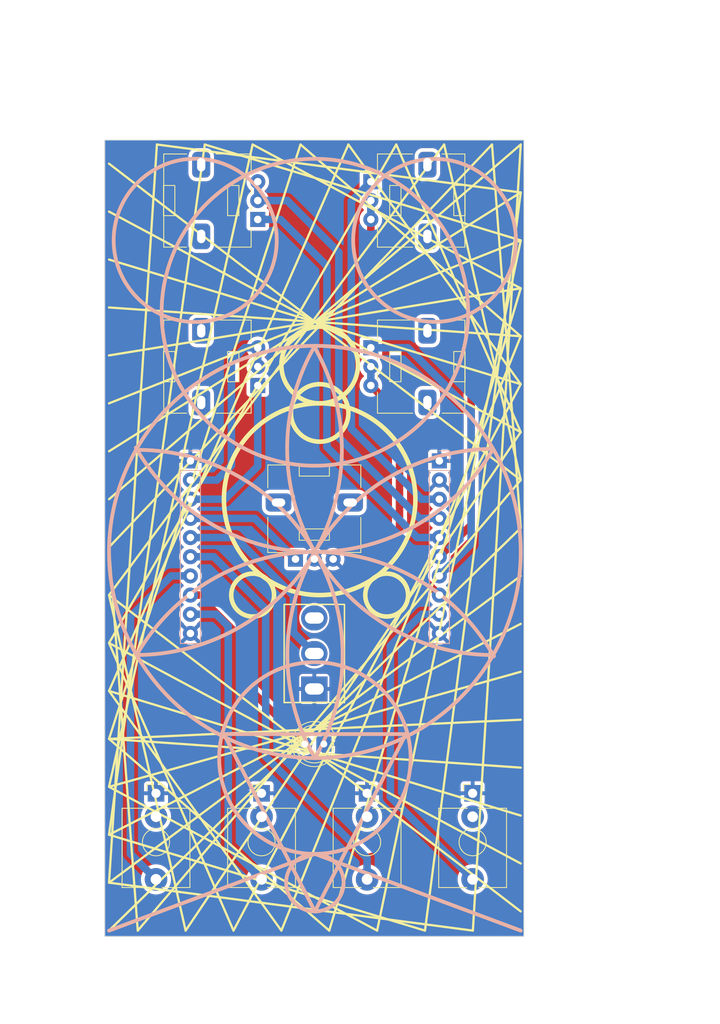
<source format=kicad_pcb>
(kicad_pcb (version 20221018) (generator pcbnew)
  (layers (0 "F.Cu" signal) (31 "B.Cu" signal) (34 "B.Paste" user) (35 "F.Paste" user) (36 "B.SilkS" user "B.Silkscreen") (37 "F.SilkS" user "F.Silkscreen") (38 "B.Mask" user) (39 "F.Mask" user) (44 "Edge.Cuts" user))
  (net 0 "")
  (net 1 "GND")
  (net 2 "Led")
  (net 3 "Tone1")
  (net 4 "Dist2")
  (net 5 "Dist1")
  (net 6 "Tone2")
  (net 7 "Level1")
  (net 8 "Level2")
  (net 9 "Out")
  (net 10 "Decay2")
  (net 11 "Decay1")
  (net 12 "Tune")
  (net 13 "SW1")
  (net 14 "CV")
  (net 15 "Trig")
  (net 16 "Accent")
  (footprint "Drum-K:LED_D5.0mm" (layer "F.Cu") (at 67.8688 114.9856 180)
    (fp_text reference "D1" hide)
    (fp_text value "Red")
    (fp_line (start -2.56 -1.545) (end -2.56 1.545) (stroke (width 0.12)) (layer "F.SilkS"))
    (fp_arc (start -2.56 -1.54483) (mid 0.802002 -2.880433) (end 2.99 0.000462) (stroke (width 0.12)) (layer "F.SilkS"))
    (fp_arc (start 2.99 -0.000462) (mid 0.802002 2.880433) (end -2.56 1.54483) (stroke (width 0.12)) (layer "F.SilkS"))
    (fp_circle (center 0 0) (end 2.5 0) (stroke (width 0.12)) (fill none) (layer "F.SilkS"))
    (pad "1" thru_hole rect locked (at -1.27 0 180) (size 2 2) (drill 0.9) (layers "*.Cu" "*.Mask") (net 1 "GND"))
    (pad "2" thru_hole circle locked (at 1.27 0 180) (size 2 2) (drill 0.9) (layers "*.Cu" "*.Mask") (net 2 "Led"))
  )
  (footprint "Drum-K:Jack_3.5mm_Vertical" (layer "F.Cu") (at 60.87 127.99)
    (fp_text reference "J3" hide)
    (fp_text value "Accent")
    (fp_line (start -4.5 -4.5) (end -4.5 6) (stroke (width 0.12)) (layer "F.SilkS"))
    (fp_line (start -1.23 -7.65) (end -1.23 -6.85) (stroke (width 0.12)) (layer "F.SilkS"))
    (fp_line (start -1.23 -7.65) (end -0.37 -7.65) (stroke (width 0.12)) (layer "F.SilkS"))
    (fp_line (start -0.8 6) (end -4.5 6) (stroke (width 0.12)) (layer "F.SilkS"))
    (fp_line (start -0.72 -4.5) (end -4.5 -4.5) (stroke (width 0.12)) (layer "F.SilkS"))
    (fp_line (start 4.5 -4.5) (end 0.72 -4.5) (stroke (width 0.12)) (layer "F.SilkS"))
    (fp_line (start 4.5 -4.5) (end 4.5 6) (stroke (width 0.12)) (layer "F.SilkS"))
    (fp_line (start 4.5 6) (end 0.8 6) (stroke (width 0.12)) (layer "F.SilkS"))
    (fp_circle (center 0 0) (end 1.8 0) (stroke (width 0.12)) (fill none) (layer "F.SilkS"))
    (pad "S" thru_hole rect locked (at 0 -6.48 180) (size 2.2 2.2) (drill 1.22) (layers "*.Cu" "*.Mask") (net 1 "GND"))
    (pad "T" thru_hole circle locked (at 0 4.92 180) (size 3 3) (drill 1.43) (layers "*.Cu" "*.Mask") (net 16 "Accent"))
    (pad "TN" thru_hole circle locked (at 0 -3.38 180) (size 3 3) (drill 1.42) (layers "*.Cu" "*.Mask"))
    (zone (net 0) (net_name "") (layer "F.Cu") (connect_pads (clearance 0)) (min_thickness 0.254)
      (keepout (tracks not_allowed) (vias not_allowed) (pads not_allowed) (copperpour not_allowed) (footprints not_allowed))
      (fill (thermal_gap 0.508) (thermal_bridge_width 0.508))
      (polygon (pts (xy 62.375141 127.99) (xy 62.35493 127.744171) (xy 62.294841 127.504945) (xy 62.196486 127.278744) (xy 62.062508 127.071645) (xy 61.896504 126.88921) (xy 61.702932 126.736336) (xy 61.486992 126.617131) (xy 61.254482 126.534794) (xy 61.011646 126.491539) (xy 60.765007 126.488525) (xy 60.521187 126.525835) (xy 60.286734 126.602466) (xy 60.067946 126.71636) (xy 59.870697 126.864458) (xy 59.700286 127.042784) (xy 59.561288 127.246548) (xy 59.457436 127.470278) (xy 59.391519 127.707965) (xy 59.365308 127.953226) (xy 59.379507 128.199475) (xy 59.433734 128.440099) (xy 59.526532 128.668634) (xy 59.655411 128.878945) (xy 59.816908 129.065382) (xy 60.006687 129.222939) (xy 60.21965 129.347385) (xy 60.450079 129.435377) (xy 60.691785 129.484553) (xy 60.938278 129.493592) (xy 61.182936 129.46225) (xy 61.419191 129.39137) (xy 61.640697 129.282856) (xy 61.841505 129.139621) (xy 62.016223 128.965512) (xy 62.160158 128.765205) (xy 62.269445 128.544079) (xy 62.341149 128.308074) (xy 62.373344 128.063526)))
    )
  )
  (footprint "Drum-K:Jack_3.5mm_Vertical" (layer "F.Cu") (at 74.87 127.99)
    (fp_text reference "J5" hide)
    (fp_text value "CV")
    (fp_line (start -4.5 -4.5) (end -4.5 6) (stroke (width 0.12)) (layer "F.SilkS"))
    (fp_line (start -1.23 -7.65) (end -1.23 -6.85) (stroke (width 0.12)) (layer "F.SilkS"))
    (fp_line (start -1.23 -7.65) (end -0.37 -7.65) (stroke (width 0.12)) (layer "F.SilkS"))
    (fp_line (start -0.8 6) (end -4.5 6) (stroke (width 0.12)) (layer "F.SilkS"))
    (fp_line (start -0.72 -4.5) (end -4.5 -4.5) (stroke (width 0.12)) (layer "F.SilkS"))
    (fp_line (start 4.5 -4.5) (end 0.72 -4.5) (stroke (width 0.12)) (layer "F.SilkS"))
    (fp_line (start 4.5 -4.5) (end 4.5 6) (stroke (width 0.12)) (layer "F.SilkS"))
    (fp_line (start 4.5 6) (end 0.8 6) (stroke (width 0.12)) (layer "F.SilkS"))
    (fp_circle (center 0 0) (end 1.8 0) (stroke (width 0.12)) (fill none) (layer "F.SilkS"))
    (pad "S" thru_hole rect locked (at 0 -6.48 180) (size 2.2 2.2) (drill 1.22) (layers "*.Cu" "*.Mask") (net 1 "GND"))
    (pad "T" thru_hole circle locked (at 0 4.92 180) (size 3 3) (drill 1.43) (layers "*.Cu" "*.Mask") (net 14 "CV"))
    (pad "TN" thru_hole circle locked (at 0 -3.38 180) (size 3 3) (drill 1.42) (layers "*.Cu" "*.Mask"))
    (zone (net 0) (net_name "") (layer "F.Cu") (connect_pads (clearance 0)) (min_thickness 0.254)
      (keepout (tracks not_allowed) (vias not_allowed) (pads not_allowed) (copperpour not_allowed) (footprints not_allowed))
      (fill (thermal_gap 0.508) (thermal_bridge_width 0.508))
      (polygon (pts (xy 76.375141 127.99) (xy 76.35493 127.744171) (xy 76.294841 127.504945) (xy 76.196486 127.278744) (xy 76.062508 127.071645) (xy 75.896504 126.88921) (xy 75.702932 126.736336) (xy 75.486992 126.617131) (xy 75.254482 126.534794) (xy 75.011646 126.491539) (xy 74.765007 126.488525) (xy 74.521187 126.525835) (xy 74.286734 126.602466) (xy 74.067946 126.71636) (xy 73.870697 126.864458) (xy 73.700286 127.042784) (xy 73.561288 127.246548) (xy 73.457436 127.470278) (xy 73.391519 127.707965) (xy 73.365308 127.953226) (xy 73.379507 128.199475) (xy 73.433734 128.440099) (xy 73.526532 128.668634) (xy 73.655411 128.878945) (xy 73.816908 129.065382) (xy 74.006687 129.222939) (xy 74.21965 129.347385) (xy 74.450079 129.435377) (xy 74.691785 129.484553) (xy 74.938278 129.493592) (xy 75.182936 129.46225) (xy 75.419191 129.39137) (xy 75.640697 129.282856) (xy 75.841505 129.139621) (xy 76.016223 128.965512) (xy 76.160158 128.765205) (xy 76.269445 128.544079) (xy 76.341149 128.308074) (xy 76.373344 128.063526)))
    )
  )
  (footprint "Drum-K:Switch_MTS102" (layer "F.Cu") (at 67.8688 102.9856 90)
    (fp_text reference "SW1" hide)
    (fp_text value "SW_Transient")
    (fp_rect (start -6.5 -4) (end 6.5 4) (stroke (width 0.2)) (fill none) (layer "F.SilkS"))
    (pad "1" thru_hole rect locked (at -4.699 0 90) (size 3.3 3.5) (drill oval 1.5 2.5) (layers "*.Cu" "*.Mask") (net 1 "GND"))
    (pad "2" thru_hole oval locked (at 0 0 90) (size 3.3 3.5) (drill oval 1.5 2.5) (layers "*.Cu" "*.Mask") (net 13 "SW1"))
    (pad "3" thru_hole oval locked (at 4.699 0 90) (size 3.3 3.5) (drill oval 1.5 2.5) (layers "*.Cu" "*.Mask"))
  )
  (footprint "Drum-K:Potentiometer_Alps_RK09L_Single_Vertical" (layer "F.Cu") (at 52.8688 64.9856 180)
    (fp_text reference "RV5" hide)
    (fp_text value "B100k Decay")
    (fp_line (start -6.62 -6.17) (end -6.62 -3.7) (stroke (width 0.12)) (layer "F.SilkS"))
    (fp_line (start -6.62 -6.17) (end -1.954 -6.17) (stroke (width 0.12)) (layer "F.SilkS"))
    (fp_line (start -6.62 -1.3) (end -6.62 -0.87) (stroke (width 0.12)) (layer "F.SilkS"))
    (fp_line (start -6.62 0.871) (end -6.62 1.63) (stroke (width 0.12)) (layer "F.SilkS"))
    (fp_line (start -6.62 3.37) (end -6.62 6.17) (stroke (width 0.12)) (layer "F.SilkS"))
    (fp_line (start -6.62 6.17) (end -1.954 6.17) (stroke (width 0.12)) (layer "F.SilkS"))
    (fp_line (start 1.955 -6.17) (end 4.97 -6.17) (stroke (width 0.12)) (layer "F.SilkS"))
    (fp_line (start 1.955 6.17) (end 4.97 6.17) (stroke (width 0.12)) (layer "F.SilkS"))
    (fp_line (start 4.97 -6.17) (end 4.97 6.17) (stroke (width 0.12)) (layer "F.SilkS"))
    (fp_rect (start -5 -2) (end -3.5 2) (stroke (width 0.12)) (fill none) (layer "F.SilkS"))
    (fp_rect (start 3.5 -2) (end 5 2) (stroke (width 0.12)) (fill none) (layer "F.SilkS"))
    (pad "1" thru_hole rect locked (at -7.5 -2.5 180) (size 2 2) (drill 1) (layers "*.Cu" "*.Mask") (net 11 "Decay1"))
    (pad "2" thru_hole circle locked (at -7.5 0 180) (size 2 2) (drill 1) (layers "*.Cu" "*.Mask") (net 10 "Decay2"))
    (pad "3" thru_hole circle locked (at -7.5 2.5 180) (size 2 2) (drill 1) (layers "*.Cu" "*.Mask") (net 10 "Decay2"))
    (pad "MP" thru_hole roundrect locked (at 0 -4.75 180) (size 2.4 3.4) (drill oval 1.1 1.8) (layers "*.Cu" "*.Mask"))
    (pad "MP" thru_hole roundrect locked (at 0 4.75 180) (size 2.4 3.4) (drill oval 1.1 1.8) (layers "*.Cu" "*.Mask"))
    (zone (net 0) (net_name "") (layer "F.Cu") (name "Copper Keep Out") (connect_pads (clearance 0)) (min_thickness 0.254)
      (keepout (tracks not_allowed) (vias not_allowed) (pads not_allowed) (copperpour not_allowed) (footprints not_allowed))
      (fill (thermal_gap 0.508) (thermal_bridge_width 0.508))
      (polygon (pts (xy 47.9688 62.9856) (xy 49.3688 62.9856) (xy 49.3688 66.9856) (xy 47.9688 66.9856)))
    )
    (zone (net 0) (net_name "") (layer "F.Cu") (name "Copper Keep Out") (connect_pads (clearance 0)) (min_thickness 0.254)
      (keepout (tracks not_allowed) (vias not_allowed) (pads not_allowed) (copperpour not_allowed) (footprints not_allowed))
      (fill (thermal_gap 0.508) (thermal_bridge_width 0.508))
      (polygon (pts (xy 56.3688 62.9856) (xy 57.8688 62.9856) (xy 57.8688 66.9856) (xy 56.3688 66.9856)))
    )
  )
  (footprint "Drum-K:Potentiometer_Alps_RK09L_Single_Vertical" (layer "F.Cu") (at 67.8688 82.9856 90)
    (fp_text reference "RV4" hide)
    (fp_text value "B50k Tune")
    (fp_line (start -6.62 -6.17) (end -6.62 -3.7) (stroke (width 0.12)) (layer "F.SilkS"))
    (fp_line (start -6.62 -6.17) (end -1.954 -6.17) (stroke (width 0.12)) (layer "F.SilkS"))
    (fp_line (start -6.62 -1.3) (end -6.62 -0.87) (stroke (width 0.12)) (layer "F.SilkS"))
    (fp_line (start -6.62 0.871) (end -6.62 1.63) (stroke (width 0.12)) (layer "F.SilkS"))
    (fp_line (start -6.62 3.37) (end -6.62 6.17) (stroke (width 0.12)) (layer "F.SilkS"))
    (fp_line (start -6.62 6.17) (end -1.954 6.17) (stroke (width 0.12)) (layer "F.SilkS"))
    (fp_line (start 1.955 -6.17) (end 4.97 -6.17) (stroke (width 0.12)) (layer "F.SilkS"))
    (fp_line (start 1.955 6.17) (end 4.97 6.17) (stroke (width 0.12)) (layer "F.SilkS"))
    (fp_line (start 4.97 -6.17) (end 4.97 6.17) (stroke (width 0.12)) (layer "F.SilkS"))
    (fp_rect (start -5 -2) (end -3.5 2) (stroke (width 0.12)) (fill none) (layer "F.SilkS"))
    (fp_rect (start 3.5 -2) (end 5 2) (stroke (width 0.12)) (fill none) (layer "F.SilkS"))
    (pad "1" thru_hole rect locked (at -7.5 -2.5 90) (size 2 2) (drill 1) (layers "*.Cu" "*.Mask") (net 12 "Tune"))
    (pad "2" thru_hole circle locked (at -7.5 0 90) (size 2 2) (drill 1) (layers "*.Cu" "*.Mask") (net 1 "GND"))
    (pad "3" thru_hole circle locked (at -7.5 2.5 90) (size 2 2) (drill 1) (layers "*.Cu" "*.Mask") (net 1 "GND"))
    (pad "MP" thru_hole roundrect locked (at 0 -4.75 90) (size 2.4 3.4) (drill oval 1.1 1.8) (layers "*.Cu" "*.Mask"))
    (pad "MP" thru_hole roundrect locked (at 0 4.75 90) (size 2.4 3.4) (drill oval 1.1 1.8) (layers "*.Cu" "*.Mask"))
    (zone (net 0) (net_name "") (layer "F.Cu") (name "Copper Keep Out") (connect_pads (clearance 0)) (min_thickness 0.254)
      (keepout (tracks not_allowed) (vias not_allowed) (pads not_allowed) (copperpour not_allowed) (footprints not_allowed))
      (fill (thermal_gap 0.508) (thermal_bridge_width 0.508))
      (polygon (pts (xy 69.8688 78.0856) (xy 69.8688 79.4856) (xy 65.8688 79.4856) (xy 65.8688 78.0856)))
    )
    (zone (net 0) (net_name "") (layer "F.Cu") (name "Copper Keep Out") (connect_pads (clearance 0)) (min_thickness 0.254)
      (keepout (tracks not_allowed) (vias not_allowed) (pads not_allowed) (copperpour not_allowed) (footprints not_allowed))
      (fill (thermal_gap 0.508) (thermal_bridge_width 0.508))
      (polygon (pts (xy 69.8688 86.4856) (xy 69.8688 87.9856) (xy 65.8688 87.9856) (xy 65.8688 86.4856)))
    )
  )
  (footprint "Drum-K:Potentiometer_Alps_RK09L_Single_Vertical" (layer "F.Cu") (at 82.8688 42.9856)
    (fp_text reference "RV1" hide)
    (fp_text value "B10k Tone")
    (fp_line (start -6.62 -6.17) (end -6.62 -3.7) (stroke (width 0.12)) (layer "F.SilkS"))
    (fp_line (start -6.62 -6.17) (end -1.954 -6.17) (stroke (width 0.12)) (layer "F.SilkS"))
    (fp_line (start -6.62 -1.3) (end -6.62 -0.87) (stroke (width 0.12)) (layer "F.SilkS"))
    (fp_line (start -6.62 0.871) (end -6.62 1.63) (stroke (width 0.12)) (layer "F.SilkS"))
    (fp_line (start -6.62 3.37) (end -6.62 6.17) (stroke (width 0.12)) (layer "F.SilkS"))
    (fp_line (start -6.62 6.17) (end -1.954 6.17) (stroke (width 0.12)) (layer "F.SilkS"))
    (fp_line (start 1.955 -6.17) (end 4.97 -6.17) (stroke (width 0.12)) (layer "F.SilkS"))
    (fp_line (start 1.955 6.17) (end 4.97 6.17) (stroke (width 0.12)) (layer "F.SilkS"))
    (fp_line (start 4.97 -6.17) (end 4.97 6.17) (stroke (width 0.12)) (layer "F.SilkS"))
    (fp_rect (start -5 -2) (end -3.5 2) (stroke (width 0.12)) (fill none) (layer "F.SilkS"))
    (fp_rect (start 3.5 -2) (end 5 2) (stroke (width 0.12)) (fill none) (layer "F.SilkS"))
    (pad "1" thru_hole rect locked (at -7.5 -2.5) (size 2 2) (drill 1) (layers "*.Cu" "*.Mask") (net 3 "Tone1"))
    (pad "2" thru_hole circle locked (at -7.5 0) (size 2 2) (drill 1) (layers "*.Cu" "*.Mask") (net 6 "Tone2"))
    (pad "3" thru_hole circle locked (at -7.5 2.5) (size 2 2) (drill 1) (layers "*.Cu" "*.Mask") (net 6 "Tone2"))
    (pad "MP" thru_hole roundrect locked (at 0 -4.75) (size 2.4 3.4) (drill oval 1.1 1.8) (layers "*.Cu" "*.Mask"))
    (pad "MP" thru_hole roundrect locked (at 0 4.75) (size 2.4 3.4) (drill oval 1.1 1.8) (layers "*.Cu" "*.Mask"))
    (zone (net 0) (net_name "") (layer "F.Cu") (name "Copper Keep Out") (connect_pads (clearance 0)) (min_thickness 0.254)
      (keepout (tracks not_allowed) (vias not_allowed) (pads not_allowed) (copperpour not_allowed) (footprints not_allowed))
      (fill (thermal_gap 0.508) (thermal_bridge_width 0.508))
      (polygon (pts (xy 79.3688 44.9856) (xy 77.8688 44.9856) (xy 77.8688 40.9856) (xy 79.3688 40.9856)))
    )
    (zone (net 0) (net_name "") (layer "F.Cu") (name "Copper Keep Out") (connect_pads (clearance 0)) (min_thickness 0.254)
      (keepout (tracks not_allowed) (vias not_allowed) (pads not_allowed) (copperpour not_allowed) (footprints not_allowed))
      (fill (thermal_gap 0.508) (thermal_bridge_width 0.508))
      (polygon (pts (xy 87.7688 44.9856) (xy 86.3688 44.9856) (xy 86.3688 40.9856) (xy 87.7688 40.9856)))
    )
  )
  (footprint "Drum-K:Jack_3.5mm_Vertical" (layer "F.Cu") (at 46.87 127.99)
    (fp_text reference "J4" hide)
    (fp_text value "Trig")
    (fp_line (start -4.5 -4.5) (end -4.5 6) (stroke (width 0.12)) (layer "F.SilkS"))
    (fp_line (start -1.23 -7.65) (end -1.23 -6.85) (stroke (width 0.12)) (layer "F.SilkS"))
    (fp_line (start -1.23 -7.65) (end -0.37 -7.65) (stroke (width 0.12)) (layer "F.SilkS"))
    (fp_line (start -0.8 6) (end -4.5 6) (stroke (width 0.12)) (layer "F.SilkS"))
    (fp_line (start -0.72 -4.5) (end -4.5 -4.5) (stroke (width 0.12)) (layer "F.SilkS"))
    (fp_line (start 4.5 -4.5) (end 0.72 -4.5) (stroke (width 0.12)) (layer "F.SilkS"))
    (fp_line (start 4.5 -4.5) (end 4.5 6) (stroke (width 0.12)) (layer "F.SilkS"))
    (fp_line (start 4.5 6) (end 0.8 6) (stroke (width 0.12)) (layer "F.SilkS"))
    (fp_circle (center 0 0) (end 1.8 0) (stroke (width 0.12)) (fill none) (layer "F.SilkS"))
    (pad "S" thru_hole rect locked (at 0 -6.48 180) (size 2.2 2.2) (drill 1.22) (layers "*.Cu" "*.Mask") (net 1 "GND"))
    (pad "T" thru_hole circle locked (at 0 4.92 180) (size 3 3) (drill 1.43) (layers "*.Cu" "*.Mask") (net 15 "Trig"))
    (pad "TN" thru_hole circle locked (at 0 -3.38 180) (size 3 3) (drill 1.42) (layers "*.Cu" "*.Mask"))
    (zone (net 0) (net_name "") (layer "F.Cu") (connect_pads (clearance 0)) (min_thickness 0.254)
      (keepout (tracks not_allowed) (vias not_allowed) (pads not_allowed) (copperpour not_allowed) (footprints not_allowed))
      (fill (thermal_gap 0.508) (thermal_bridge_width 0.508))
      (polygon (pts (xy 48.375141 127.99) (xy 48.35493 127.744171) (xy 48.294841 127.504945) (xy 48.196486 127.278744) (xy 48.062508 127.071645) (xy 47.896504 126.88921) (xy 47.702932 126.736336) (xy 47.486992 126.617131) (xy 47.254482 126.534794) (xy 47.011646 126.491539) (xy 46.765007 126.488525) (xy 46.521187 126.525835) (xy 46.286734 126.602466) (xy 46.067946 126.71636) (xy 45.870697 126.864458) (xy 45.700286 127.042784) (xy 45.561288 127.246548) (xy 45.457436 127.470278) (xy 45.391519 127.707965) (xy 45.365308 127.953226) (xy 45.379507 128.199475) (xy 45.433734 128.440099) (xy 45.526532 128.668634) (xy 45.655411 128.878945) (xy 45.816908 129.065382) (xy 46.006687 129.222939) (xy 46.21965 129.347385) (xy 46.450079 129.435377) (xy 46.691785 129.484553) (xy 46.938278 129.493592) (xy 47.182936 129.46225) (xy 47.419191 129.39137) (xy 47.640697 129.282856) (xy 47.841505 129.139621) (xy 48.016223 128.965512) (xy 48.160158 128.765205) (xy 48.269445 128.544079) (xy 48.341149 128.308074) (xy 48.373344 128.063526)))
    )
  )
  (footprint "Drum-K:Potentiometer_Alps_RK09L_Single_Vertical" (layer "F.Cu") (at 82.8688 64.9856)
    (fp_text reference "RV3" hide)
    (fp_text value "B10k Level")
    (fp_line (start -6.62 -6.17) (end -6.62 -3.7) (stroke (width 0.12)) (layer "F.SilkS"))
    (fp_line (start -6.62 -6.17) (end -1.954 -6.17) (stroke (width 0.12)) (layer "F.SilkS"))
    (fp_line (start -6.62 -1.3) (end -6.62 -0.87) (stroke (width 0.12)) (layer "F.SilkS"))
    (fp_line (start -6.62 0.871) (end -6.62 1.63) (stroke (width 0.12)) (layer "F.SilkS"))
    (fp_line (start -6.62 3.37) (end -6.62 6.17) (stroke (width 0.12)) (layer "F.SilkS"))
    (fp_line (start -6.62 6.17) (end -1.954 6.17) (stroke (width 0.12)) (layer "F.SilkS"))
    (fp_line (start 1.955 -6.17) (end 4.97 -6.17) (stroke (width 0.12)) (layer "F.SilkS"))
    (fp_line (start 1.955 6.17) (end 4.97 6.17) (stroke (width 0.12)) (layer "F.SilkS"))
    (fp_line (start 4.97 -6.17) (end 4.97 6.17) (stroke (width 0.12)) (layer "F.SilkS"))
    (fp_rect (start -5 -2) (end -3.5 2) (stroke (width 0.12)) (fill none) (layer "F.SilkS"))
    (fp_rect (start 3.5 -2) (end 5 2) (stroke (width 0.12)) (fill none) (layer "F.SilkS"))
    (pad "1" thru_hole rect locked (at -7.5 -2.5) (size 2 2) (drill 1) (layers "*.Cu" "*.Mask") (net 7 "Level1"))
    (pad "2" thru_hole circle locked (at -7.5 0) (size 2 2) (drill 1) (layers "*.Cu" "*.Mask") (net 8 "Level2"))
    (pad "3" thru_hole circle locked (at -7.5 2.5) (size 2 2) (drill 1) (layers "*.Cu" "*.Mask") (net 8 "Level2"))
    (pad "MP" thru_hole roundrect locked (at 0 -4.75) (size 2.4 3.4) (drill oval 1.1 1.8) (layers "*.Cu" "*.Mask"))
    (pad "MP" thru_hole roundrect locked (at 0 4.75) (size 2.4 3.4) (drill oval 1.1 1.8) (layers "*.Cu" "*.Mask"))
    (zone (net 0) (net_name "") (layer "F.Cu") (name "Copper Keep Out") (connect_pads (clearance 0)) (min_thickness 0.254)
      (keepout (tracks not_allowed) (vias not_allowed) (pads not_allowed) (copperpour not_allowed) (footprints not_allowed))
      (fill (thermal_gap 0.508) (thermal_bridge_width 0.508))
      (polygon (pts (xy 79.3688 66.9856) (xy 77.8688 66.9856) (xy 77.8688 62.9856) (xy 79.3688 62.9856)))
    )
    (zone (net 0) (net_name "") (layer "F.Cu") (name "Copper Keep Out") (connect_pads (clearance 0)) (min_thickness 0.254)
      (keepout (tracks not_allowed) (vias not_allowed) (pads not_allowed) (copperpour not_allowed) (footprints not_allowed))
      (fill (thermal_gap 0.508) (thermal_bridge_width 0.508))
      (polygon (pts (xy 87.7688 66.9856) (xy 86.3688 66.9856) (xy 86.3688 62.9856) (xy 87.7688 62.9856)))
    )
  )
  (footprint "Drum-K:Potentiometer_Alps_RK09L_Single_Vertical" (layer "F.Cu") (at 52.8688 42.9856 180)
    (fp_text reference "RV2" hide)
    (fp_text value "B100k Disto")
    (fp_line (start -6.62 -6.17) (end -6.62 -3.7) (stroke (width 0.12)) (layer "F.SilkS"))
    (fp_line (start -6.62 -6.17) (end -1.954 -6.17) (stroke (width 0.12)) (layer "F.SilkS"))
    (fp_line (start -6.62 -1.3) (end -6.62 -0.87) (stroke (width 0.12)) (layer "F.SilkS"))
    (fp_line (start -6.62 0.871) (end -6.62 1.63) (stroke (width 0.12)) (layer "F.SilkS"))
    (fp_line (start -6.62 3.37) (end -6.62 6.17) (stroke (width 0.12)) (layer "F.SilkS"))
    (fp_line (start -6.62 6.17) (end -1.954 6.17) (stroke (width 0.12)) (layer "F.SilkS"))
    (fp_line (start 1.955 -6.17) (end 4.97 -6.17) (stroke (width 0.12)) (layer "F.SilkS"))
    (fp_line (start 1.955 6.17) (end 4.97 6.17) (stroke (width 0.12)) (layer "F.SilkS"))
    (fp_line (start 4.97 -6.17) (end 4.97 6.17) (stroke (width 0.12)) (layer "F.SilkS"))
    (fp_rect (start -5 -2) (end -3.5 2) (stroke (width 0.12)) (fill none) (layer "F.SilkS"))
    (fp_rect (start 3.5 -2) (end 5 2) (stroke (width 0.12)) (fill none) (layer "F.SilkS"))
    (pad "1" thru_hole rect locked (at -7.5 -2.5 180) (size 2 2) (drill 1) (layers "*.Cu" "*.Mask") (net 5 "Dist1"))
    (pad "2" thru_hole circle locked (at -7.5 0 180) (size 2 2) (drill 1) (layers "*.Cu" "*.Mask") (net 4 "Dist2"))
    (pad "3" thru_hole circle locked (at -7.5 2.5 180) (size 2 2) (drill 1) (layers "*.Cu" "*.Mask") (net 4 "Dist2"))
    (pad "MP" thru_hole roundrect locked (at 0 -4.75 180) (size 2.4 3.4) (drill oval 1.1 1.8) (layers "*.Cu" "*.Mask"))
    (pad "MP" thru_hole roundrect locked (at 0 4.75 180) (size 2.4 3.4) (drill oval 1.1 1.8) (layers "*.Cu" "*.Mask"))
    (zone (net 0) (net_name "") (layer "F.Cu") (name "Copper Keep Out") (connect_pads (clearance 0)) (min_thickness 0.254)
      (keepout (tracks not_allowed) (vias not_allowed) (pads not_allowed) (copperpour not_allowed) (footprints not_allowed))
      (fill (thermal_gap 0.508) (thermal_bridge_width 0.508))
      (polygon (pts (xy 47.9688 40.9856) (xy 49.3688 40.9856) (xy 49.3688 44.9856) (xy 47.9688 44.9856)))
    )
    (zone (net 0) (net_name "") (layer "F.Cu") (name "Copper Keep Out") (connect_pads (clearance 0)) (min_thickness 0.254)
      (keepout (tracks not_allowed) (vias not_allowed) (pads not_allowed) (copperpour not_allowed) (footprints not_allowed))
      (fill (thermal_gap 0.508) (thermal_bridge_width 0.508))
      (polygon (pts (xy 56.3688 40.9856) (xy 57.8688 40.9856) (xy 57.8688 44.9856) (xy 56.3688 44.9856)))
    )
  )
  (footprint "Drum-K:Jack_3.5mm_Vertical" (layer "F.Cu") (at 88.87 127.99)
    (fp_text reference "J6" hide)
    (fp_text value "OUT")
    (fp_line (start -4.5 -4.5) (end -4.5 6) (stroke (width 0.12)) (layer "F.SilkS"))
    (fp_line (start -1.23 -7.65) (end -1.23 -6.85) (stroke (width 0.12)) (layer "F.SilkS"))
    (fp_line (start -1.23 -7.65) (end -0.37 -7.65) (stroke (width 0.12)) (layer "F.SilkS"))
    (fp_line (start -0.8 6) (end -4.5 6) (stroke (width 0.12)) (layer "F.SilkS"))
    (fp_line (start -0.72 -4.5) (end -4.5 -4.5) (stroke (width 0.12)) (layer "F.SilkS"))
    (fp_line (start 4.5 -4.5) (end 0.72 -4.5) (stroke (width 0.12)) (layer "F.SilkS"))
    (fp_line (start 4.5 -4.5) (end 4.5 6) (stroke (width 0.12)) (layer "F.SilkS"))
    (fp_line (start 4.5 6) (end 0.8 6) (stroke (width 0.12)) (layer "F.SilkS"))
    (fp_circle (center 0 0) (end 1.8 0) (stroke (width 0.12)) (fill none) (layer "F.SilkS"))
    (pad "S" thru_hole rect locked (at 0 -6.48 180) (size 2.2 2.2) (drill 1.22) (layers "*.Cu" "*.Mask") (net 1 "GND"))
    (pad "T" thru_hole circle locked (at 0 4.92 180) (size 3 3) (drill 1.43) (layers "*.Cu" "*.Mask") (net 9 "Out"))
    (pad "TN" thru_hole circle locked (at 0 -3.38 180) (size 3 3) (drill 1.42) (layers "*.Cu" "*.Mask"))
    (zone (net 0) (net_name "") (layer "F.Cu") (connect_pads (clearance 0)) (min_thickness 0.254)
      (keepout (tracks not_allowed) (vias not_allowed) (pads not_allowed) (copperpour not_allowed) (footprints not_allowed))
      (fill (thermal_gap 0.508) (thermal_bridge_width 0.508))
      (polygon (pts (xy 90.375141 127.99) (xy 90.35493 127.744171) (xy 90.294841 127.504945) (xy 90.196486 127.278744) (xy 90.062508 127.071645) (xy 89.896504 126.88921) (xy 89.702932 126.736336) (xy 89.486992 126.617131) (xy 89.254482 126.534794) (xy 89.011646 126.491539) (xy 88.765007 126.488525) (xy 88.521187 126.525835) (xy 88.286734 126.602466) (xy 88.067946 126.71636) (xy 87.870697 126.864458) (xy 87.700286 127.042784) (xy 87.561288 127.246548) (xy 87.457436 127.470278) (xy 87.391519 127.707965) (xy 87.365308 127.953226) (xy 87.379507 128.199475) (xy 87.433734 128.440099) (xy 87.526532 128.668634) (xy 87.655411 128.878945) (xy 87.816908 129.065382) (xy 88.006687 129.222939) (xy 88.21965 129.347385) (xy 88.450079 129.435377) (xy 88.691785 129.484553) (xy 88.938278 129.493592) (xy 89.182936 129.46225) (xy 89.419191 129.39137) (xy 89.640697 129.282856) (xy 89.841505 129.139621) (xy 90.016223 128.965512) (xy 90.160158 128.765205) (xy 90.269445 128.544079) (xy 90.341149 128.308074) (xy 90.373344 128.063526)))
    )
  )
  (footprint "Drum-K:PinHeader_1x10" (layer "B.Cu") (at 84.455 77.47 180)
    (fp_text reference "J1" hide)
    (fp_text value "Conn_Left")
    (fp_line (start -1.33 -24.19) (end 1.33 -24.19) (stroke (width 0.12)) (layer "B.SilkS"))
    (fp_line (start -1.33 -1.27) (end -1.33 -24.19) (stroke (width 0.12)) (layer "B.SilkS"))
    (fp_line (start -1.33 -1.27) (end 1.33 -1.27) (stroke (width 0.12)) (layer "B.SilkS"))
    (fp_line (start -1.33 0) (end -1.33 1.33) (stroke (width 0.12)) (layer "B.SilkS"))
    (fp_line (start -1.33 1.33) (end 0 1.33) (stroke (width 0.12)) (layer "B.SilkS"))
    (fp_line (start 1.33 -1.27) (end 1.33 -24.19) (stroke (width 0.12)) (layer "B.SilkS"))
    (pad "1" thru_hole rect locked (at 0 0 180) (size 2 2) (drill 1) (layers "*.Cu" "*.Mask") (net 1 "GND"))
    (pad "2" thru_hole circle locked (at 0 -2.54 180) (size 2 2) (drill 1) (layers "*.Cu" "*.Mask") (net 1 "GND"))
    (pad "3" thru_hole circle locked (at 0 -5.08 180) (size 2 2) (drill 1) (layers "*.Cu" "*.Mask") (net 3 "Tone1"))
    (pad "4" thru_hole circle locked (at 0 -7.62 180) (size 2 2) (drill 1) (layers "*.Cu" "*.Mask") (net 4 "Dist2"))
    (pad "5" thru_hole circle locked (at 0 -10.16 180) (size 2 2) (drill 1) (layers "*.Cu" "*.Mask") (net 5 "Dist1"))
    (pad "6" thru_hole circle locked (at 0 -12.7 180) (size 2 2) (drill 1) (layers "*.Cu" "*.Mask") (net 6 "Tone2"))
    (pad "7" thru_hole circle locked (at 0 -15.24 180) (size 2 2) (drill 1) (layers "*.Cu" "*.Mask") (net 7 "Level1"))
    (pad "8" thru_hole circle locked (at 0 -17.78 180) (size 2 2) (drill 1) (layers "*.Cu" "*.Mask") (net 8 "Level2"))
    (pad "9" thru_hole circle locked (at 0 -20.32 180) (size 2 2) (drill 1) (layers "*.Cu" "*.Mask") (net 9 "Out"))
    (pad "10" thru_hole circle locked (at 0 -22.86 180) (size 2 2) (drill 1) (layers "*.Cu" "*.Mask") (net 1 "GND"))
  )
  (footprint "Drum-K:PinHeader_1x10" (layer "B.Cu") (at 51.435 77.47 180)
    (fp_text reference "J2" hide)
    (fp_text value "Conn_Right")
    (fp_line (start -1.33 -24.19) (end 1.33 -24.19) (stroke (width 0.12)) (layer "B.SilkS"))
    (fp_line (start -1.33 -1.27) (end -1.33 -24.19) (stroke (width 0.12)) (layer "B.SilkS"))
    (fp_line (start -1.33 -1.27) (end 1.33 -1.27) (stroke (width 0.12)) (layer "B.SilkS"))
    (fp_line (start -1.33 0) (end -1.33 1.33) (stroke (width 0.12)) (layer "B.SilkS"))
    (fp_line (start -1.33 1.33) (end 0 1.33) (stroke (width 0.12)) (layer "B.SilkS"))
    (fp_line (start 1.33 -1.27) (end 1.33 -24.19) (stroke (width 0.12)) (layer "B.SilkS"))
    (pad "1" thru_hole rect locked (at 0 0 180) (size 2 2) (drill 1) (layers "*.Cu" "*.Mask") (net 1 "GND"))
    (pad "2" thru_hole circle locked (at 0 -2.54 180) (size 2 2) (drill 1) (layers "*.Cu" "*.Mask") (net 10 "Decay2"))
    (pad "3" thru_hole circle locked (at 0 -5.08 180) (size 2 2) (drill 1) (layers "*.Cu" "*.Mask") (net 11 "Decay1"))
    (pad "4" thru_hole circle locked (at 0 -7.62 180) (size 2 2) (drill 1) (layers "*.Cu" "*.Mask") (net 12 "Tune"))
    (pad "5" thru_hole circle locked (at 0 -10.16 180) (size 2 2) (drill 1) (layers "*.Cu" "*.Mask") (net 13 "SW1"))
    (pad "6" thru_hole circle locked (at 0 -12.7 180) (size 2 2) (drill 1) (layers "*.Cu" "*.Mask") (net 14 "CV"))
    (pad "7" thru_hole circle locked (at 0 -15.24 180) (size 2 2) (drill 1) (layers "*.Cu" "*.Mask") (net 15 "Trig"))
    (pad "8" thru_hole circle locked (at 0 -17.78 180) (size 2 2) (drill 1) (layers "*.Cu" "*.Mask") (net 2 "Led"))
    (pad "9" thru_hole circle locked (at 0 -20.32 180) (size 2 2) (drill 1) (layers "*.Cu" "*.Mask") (net 16 "Accent"))
    (pad "10" thru_hole circle locked (at 0 -22.86 180) (size 2 2) (drill 1) (layers "*.Cu" "*.Mask") (net 1 "GND"))
  )
  (gr_line (start 67.945 137.16) (end 55.88 113.665) (stroke (width 0.5)) (layer "B.SilkS"))
  (gr_circle (center 52.07 48.26) (end 41.275 48.895) (stroke (width 0.5)) (fill none) (layer "B.SilkS"))
  (gr_line (start 55.88 113.665) (end 80.01 113.665) (stroke (width 0.5)) (layer "B.SilkS"))
  (gr_arc (start 67.830027 62.298448) (mid 71.523317 75.901376) (end 67.945 89.535) (stroke (width 0.5)) (layer "B.SilkS"))
  (gr_arc (start 91.553591 75.948508) (mid 81.564457 85.895871) (end 67.945001 89.535) (stroke (width 0.5)) (layer "B.SilkS"))
  (gr_arc (start 67.945 89.535) (mid 71.623147 103.187265) (end 67.943492 116.839124) (stroke (width 0.5)) (layer "B.SilkS"))
  (gr_arc (start 67.945 89.535) (mid 81.684523 93.243633) (end 91.691774 103.362101) (stroke (width 0.5)) (layer "B.SilkS"))
  (gr_circle (center 83.82 48.26) (end 94.615 48.26) (stroke (width 0.5)) (fill none) (layer "B.SilkS"))
  (gr_arc (start 44.338273 103.119127) (mid 54.32699 93.173541) (end 67.945 89.535) (stroke (width 0.5)) (layer "B.SilkS"))
  (gr_arc (start 44.201088 76.016711) (mid 57.895887 79.574163) (end 67.945001 89.535) (stroke (width 0.5)) (layer "B.SilkS"))
  (gr_arc (start 67.945 89.535) (mid 54.205477 85.826367) (end 44.198226 75.707899) (stroke (width 0.5)) (layer "B.SilkS"))
  (gr_arc (start 67.945 89.535) (mid 58.00415 99.466991) (end 44.452927 103.185765) (stroke (width 0.5)) (layer "B.SilkS"))
  (gr_arc (start 67.945001 89.535) (mid 64.267614 75.882728) (end 67.946462 62.230849) (stroke (width 0.5)) (layer "B.SilkS"))
  (gr_arc (start 67.945368 116.839788) (mid 64.300264 103.187443) (end 67.945 89.535) (stroke (width 0.5)) (layer "B.SilkS"))
  (gr_line (start 95.25 139.7) (end 67.945 129.54) (stroke (width 0.5)) (layer "B.SilkS"))
  (gr_circle (center 67.945 57.785) (end 68.58 37.465) (stroke (width 0.5)) (fill none) (layer "B.SilkS"))
  (gr_line (start 80.01 113.665) (end 67.945 137.16) (stroke (width 0.5)) (layer "B.SilkS"))
  (gr_circle (center 67.945 89.535) (end 95.25 89.535) (stroke (width 0.5)) (fill none) (layer "B.SilkS"))
  (gr_circle (center 67.945 133.35) (end 67.945 129.54) (stroke (width 0.5)) (fill none) (layer "B.SilkS"))
  (gr_line (start 40.64 139.7) (end 67.945 129.54) (stroke (width 0.5)) (layer "B.SilkS"))
  (gr_arc (start 91.690892 103.187074) (mid 77.977135 99.562872) (end 67.945 89.535) (stroke (width 0.5)) (layer "B.SilkS"))
  (gr_circle (center 67.945 116.84) (end 67.945 129.54) (stroke (width 0.5)) (fill none) (layer "B.SilkS"))
  (gr_arc (start 67.945 89.535) (mid 77.888365 79.601548) (end 91.442891 75.884182) (stroke (width 0.5)) (layer "B.SilkS"))
  (gr_line (start 82.55 139.7) (end 40.64 127) (stroke (width 0.3)) (layer "F.SilkS"))
  (gr_line (start 95.25 105.41) (end 40.64 120.65) (stroke (width 0.3)) (layer "F.SilkS"))
  (gr_line (start 40.64 57.15) (end 95.25 60.96) (stroke (width 0.3)) (layer "F.SilkS"))
  (gr_line (start 72.39 35.56) (end 95.25 67.31) (stroke (width 0.3)) (layer "F.SilkS"))
  (gr_circle (center 68.58 71.12) (end 72.39 71.12) (stroke (width 0.6)) (fill none) (layer "F.SilkS"))
  (gr_line (start 59.69 35.56) (end 95.25 54.61) (stroke (width 0.3)) (layer "F.SilkS"))
  (gr_line (start 76.2 139.7) (end 40.64 120.65) (stroke (width 0.3)) (layer "F.SilkS"))
  (gr_line (start 95.25 73.66) (end 50.8 139.7) (stroke (width 0.3)) (layer "F.SilkS"))
  (gr_line (start 91.44 35.56) (end 95.25 86.36) (stroke (width 0.3)) (layer "F.SilkS"))
  (gr_line (start 40.64 120.65) (end 59.69 35.56) (stroke (width 0.3)) (layer "F.SilkS"))
  (gr_line (start 40.64 101.6) (end 78.74 35.56) (stroke (width 0.3)) (layer "F.SilkS"))
  (gr_line (start 40.64 127) (end 95.25 99.06) (stroke (width 0.3)) (layer "F.SilkS"))
  (gr_circle (center 68.58 82.55) (end 81.28 82.55) (stroke (width 0.6)) (fill none) (layer "F.SilkS"))
  (gr_line (start 53.34 35.56) (end 95.25 48.26) (stroke (width 0.3)) (layer "F.SilkS"))
  (gr_line (start 95.25 41.91) (end 82.55 139.7) (stroke (width 0.3)) (layer "F.SilkS"))
  (gr_line (start 95.25 118.11) (end 40.64 114.3) (stroke (width 0.3)) (layer "F.SilkS"))
  (gr_line (start 63.5 139.7) (end 40.64 107.95) (stroke (width 0.3)) (layer "F.SilkS"))
  (gr_line (start 57.15 139.7) (end 40.64 101.6) (stroke (width 0.3)) (layer "F.SilkS"))
  (gr_line (start 40.64 95.25) (end 85.09 35.56) (stroke (width 0.3)) (layer "F.SilkS"))
  (gr_line (start 40.64 88.9) (end 91.44 35.56) (stroke (width 0.3)) (layer "F.SilkS"))
  (gr_circle (center 77.47 95.25) (end 80.309806 95.25) (stroke (width 0.6)) (fill none) (layer "F.SilkS"))
  (gr_line (start 46.99 35.56) (end 95.25 41.91) (stroke (width 0.3)) (layer "F.SilkS"))
  (gr_line (start 40.64 76.2) (end 95.25 41.91) (stroke (width 0.3)) (layer "F.SilkS"))
  (gr_line (start 95.25 67.31) (end 57.15 139.7) (stroke (width 0.3)) (layer "F.SilkS"))
  (gr_line (start 40.64 44.45) (end 95.25 73.66) (stroke (width 0.3)) (layer "F.SilkS"))
  (gr_line (start 78.74 35.56) (end 95.25 73.66) (stroke (width 0.3)) (layer "F.SilkS"))
  (gr_line (start 40.64 133.35) (end 46.99 35.56) (stroke (width 0.3)) (layer "F.SilkS"))
  (gr_line (start 50.8 139.7) (end 40.64 95.25) (stroke (width 0.3)) (layer "F.SilkS"))
  (gr_line (start 40.64 50.8) (end 95.25 67.31) (stroke (width 0.3)) (layer "F.SilkS"))
  (gr_line (start 40.64 69.85) (end 95.25 48.26) (stroke (width 0.3)) (layer "F.SilkS"))
  (gr_line (start 44.45 139.7) (end 40.64 88.9) (stroke (width 0.3)) (layer "F.SilkS"))
  (gr_line (start 95.25 92.71) (end 40.64 133.35) (stroke (width 0.3)) (layer "F.SilkS"))
  (gr_line (start 85.09 35.56) (end 95.25 80.01) (stroke (width 0.3)) (layer "F.SilkS"))
  (gr_line (start 95.25 86.36) (end 40.64 139.7) (stroke (width 0.3)) (layer "F.SilkS"))
  (gr_line (start 95.25 124.46) (end 40.64 107.95) (stroke (width 0.3)) (layer "F.SilkS"))
  (gr_line (start 40.64 127) (end 53.34 35.56) (stroke (width 0.3)) (layer "F.SilkS"))
  (gr_line (start 69.85 139.7) (end 40.64 114.3) (stroke (width 0.3)) (layer "F.SilkS"))
  (gr_line (start 95.25 35.56) (end 88.9 139.7) (stroke (width 0.3)) (layer "F.SilkS"))
  (gr_line (start 40.64 63.5) (end 95.25 54.61) (stroke (width 0.3)) (layer "F.SilkS"))
  (gr_line (start 95.25 80.01) (end 44.45 139.7) (stroke (width 0.3)) (layer "F.SilkS"))
  (gr_line (start 95.25 60.96) (end 63.5 139.7) (stroke (width 0.3)) (layer "F.SilkS"))
  (gr_line (start 95.25 130.81) (end 40.64 101.6) (stroke (width 0.3)) (layer "F.SilkS"))
  (gr_circle (center 68.58 64.77) (end 73.66 64.77) (stroke (width 0.6)) (fill none) (layer "F.SilkS"))
  (gr_line (start 95.25 137.16) (end 40.64 95.25) (stroke (width 0.3)) (layer "F.SilkS"))
  (gr_line (start 88.9 139.7) (end 40.64 133.35) (stroke (width 0.3)) (layer "F.SilkS"))
  (gr_line (start 40.64 114.3) (end 66.04 35.56) (stroke (width 0.3)) (layer "F.SilkS"))
  (gr_line (start 95.25 48.26) (end 76.2 139.7) (stroke (width 0.3)) (layer "F.SilkS"))
  (gr_line (start 40.64 82.55) (end 95.25 35.56) (stroke (width 0.3)) (layer "F.SilkS"))
  (gr_line (start 95.25 54.61) (end 69.85 139.7) (stroke (width 0.3)) (layer "F.SilkS"))
  (gr_line (start 95.25 111.76) (end 40.64 114.3) (stroke (width 0.3)) (layer "F.SilkS"))
  (gr_line (start 40.64 107.95) (end 72.39 35.56) (stroke (width 0.3)) (layer "F.SilkS"))
  (gr_line (start 66.04 35.56) (end 95.25 60.96) (stroke (width 0.3)) (layer "F.SilkS"))
  (gr_line (start 40.64 38.1) (end 95.25 80.01) (stroke (width 0.3)) (layer "F.SilkS"))
  (gr_circle (center 59.69 95.25) (end 62.529806 95.25) (stroke (width 0.6)) (fill none) (layer "F.SilkS"))
  (gr_rect locked (start 40.0688 34.9696) (end 95.6688 140.4696) (stroke (width 0.1)) (fill none) (layer "Edge.Cuts"))
  (segment (start 54.5846 95.25) (end 51.435 95.25) (width 1) (layer "F.Cu") (net 2))
  (segment (start 66.5988 114.9856) (end 58.801 107.1878) (width 1) (layer "F.Cu") (net 2))
  (segment (start 58.801 99.4664) (end 54.5846 95.25) (width 1) (layer "F.Cu") (net 2))
  (segment (start 58.801 107.1878) (end 58.801 99.4664) (width 1) (layer "F.Cu") (net 2))
  (segment (start 82.1182 82.55) (end 72.771 73.2028) (width 1) (layer "B.Cu") (net 3))
  (segment (start 84.455 82.55) (end 82.1182 82.55) (width 1) (layer "B.Cu") (net 3))
  (segment (start 72.771 73.2028) (end 72.771 43.0834) (width 1) (layer "B.Cu") (net 3))
  (segment (start 72.771 43.0834) (end 75.3688 40.4856) (width 1) (layer "B.Cu") (net 3))
  (segment (start 71.12 74.3712) (end 71.12 49.8348) (width 1) (layer "B.Cu") (net 4))
  (segment (start 84.455 85.09) (end 81.8388 85.09) (width 1) (layer "B.Cu") (net 4))
  (segment (start 81.8388 85.09) (end 71.12 74.3712) (width 1) (layer "B.Cu") (net 4))
  (segment (start 64.2708 42.9856) (end 60.3688 42.9856) (width 1) (layer "B.Cu") (net 4))
  (segment (start 71.12 49.8348) (end 64.2708 42.9856) (width 1) (layer "B.Cu") (net 4))
  (segment (start 60.3688 42.9856) (end 60.3688 40.4856) (width 1) (layer "B.Cu") (net 4))
  (segment (start 69.5452 51.6636) (end 63.3672 45.4856) (width 1) (layer "B.Cu") (net 5))
  (segment (start 63.3672 45.4856) (end 60.3688 45.4856) (width 1) (layer "B.Cu") (net 5))
  (segment (start 81.534 87.63) (end 69.5452 75.6412) (width 1) (layer "B.Cu") (net 5))
  (segment (start 84.455 87.63) (end 81.534 87.63) (width 1) (layer "B.Cu") (net 5))
  (segment (start 69.5452 75.6412) (end 69.5452 51.6636) (width 1) (layer "B.Cu") (net 5))
  (segment (start 84.455 90.17) (end 88.6714 85.9536) (width 1) (layer "F.Cu") (net 6))
  (segment (start 75.3688 47.759) (end 75.3688 45.4856) (width 1) (layer "F.Cu") (net 6))
  (segment (start 88.6714 85.9536) (end 88.6714 61.0616) (width 1) (layer "F.Cu") (net 6))
  (segment (start 88.6714 61.0616) (end 75.3688 47.759) (width 1) (layer "F.Cu") (net 6))
  (segment (start 75.3688 42.9856) (end 75.3688 45.4856) (width 1) (layer "B.Cu") (net 6))
  (segment (start 88.6714 88.4936) (end 88.6714 70.8914) (width 1) (layer "B.Cu") (net 7))
  (segment (start 84.455 92.71) (end 88.6714 88.4936) (width 1) (layer "B.Cu") (net 7))
  (segment (start 80.2656 62.4856) (end 75.3688 62.4856) (width 1) (layer "B.Cu") (net 7))
  (segment (start 88.6714 70.8914) (end 80.2656 62.4856) (width 1) (layer "B.Cu") (net 7))
  (segment (start 79.1718 89.9668) (end 84.455 95.25) (width 1) (layer "F.Cu") (net 8))
  (segment (start 75.3688 67.4856) (end 79.1718 71.2886) (width 1) (layer "F.Cu") (net 8))
  (segment (start 79.1718 71.2886) (end 79.1718 89.9668) (width 1) (layer "F.Cu") (net 8))
  (segment (start 75.3688 64.9856) (end 75.3688 67.4856) (width 1) (layer "B.Cu") (net 8))
  (segment (start 88.87 132.91) (end 77.96 122) (width 1) (layer "B.Cu") (net 9))
  (segment (start 77.96 122) (end 77.96 101.96) (width 1) (layer "B.Cu") (net 9))
  (segment (start 77.96 101.96) (end 82.13 97.79) (width 1) (layer "B.Cu") (net 9))
  (segment (start 82.13 97.79) (end 84.455 97.79) (width 1) (layer "B.Cu") (net 9))
  (segment (start 51.435 80.01) (end 54.9402 80.01) (width 1) (layer "B.Cu") (net 10))
  (segment (start 58.647 62.4856) (end 60.3688 62.4856) (width 1) (layer "B.Cu") (net 10))
  (segment (start 56.8706 64.262) (end 58.647 62.4856) (width 1) (layer "B.Cu") (net 10))
  (segment (start 56.8706 78.0796) (end 56.8706 64.262) (width 1) (layer "B.Cu") (net 10))
  (segment (start 60.3688 64.9856) (end 60.3688 62.4856) (width 1) (layer "B.Cu") (net 10))
  (segment (start 54.9402 80.01) (end 56.8706 78.0796) (width 1) (layer "B.Cu") (net 10))
  (segment (start 56.007 82.55) (end 60.3688 78.1882) (width 1) (layer "B.Cu") (net 11))
  (segment (start 51.435 82.55) (end 56.007 82.55) (width 1) (layer "B.Cu") (net 11))
  (segment (start 60.3688 78.1882) (end 60.3688 67.4856) (width 1) (layer "B.Cu") (net 11))
  (segment (start 59.9732 85.09) (end 65.3688 90.4856) (width 1) (layer "B.Cu") (net 12))
  (segment (start 51.435 85.09) (end 59.9732 85.09) (width 1) (layer "B.Cu") (net 12))
  (segment (start 51.435 87.63) (end 57.404 87.63) (width 1) (layer "B.Cu") (net 13))
  (segment (start 65.105901 100.222701) (end 67.8688 102.9856) (width 1) (layer "B.Cu") (net 13))
  (segment (start 65.105901 95.331901) (end 65.105901 100.222701) (width 1) (layer "B.Cu") (net 13))
  (segment (start 57.404 87.63) (end 65.105901 95.331901) (width 1) (layer "B.Cu") (net 13))
  (segment (start 51.435 90.17) (end 54.53 90.17) (width 1) (layer "B.Cu") (net 14))
  (segment (start 61.42 116.65) (end 74.87 130.1) (width 1) (layer "B.Cu") (net 14))
  (segment (start 74.87 130.1) (end 74.87 132.91) (width 1) (layer "B.Cu") (net 14))
  (segment (start 61.42 97.06) (end 61.42 116.65) (width 1) (layer "B.Cu") (net 14))
  (segment (start 54.53 90.17) (end 61.42 97.06) (width 1) (layer "B.Cu") (net 14))
  (segment (start 43.48 98.11) (end 48.88 92.71) (width 1) (layer "B.Cu") (net 15))
  (segment (start 48.88 92.71) (end 51.435 92.71) (width 1) (layer "B.Cu") (net 15))
  (segment (start 46.87 132.91) (end 43.48 129.52) (width 1) (layer "B.Cu") (net 15))
  (segment (start 43.48 129.52) (end 43.48 98.11) (width 1) (layer "B.Cu") (net 15))
  (segment (start 54.84 97.79) (end 51.435 97.79) (width 1) (layer "B.Cu") (net 16))
  (segment (start 56.45 99.4) (end 54.84 97.79) (width 1) (layer "B.Cu") (net 16))
  (segment (start 60.87 132.91) (end 56.45 128.49) (width 1) (layer "B.Cu") (net 16))
  (segment (start 56.45 128.49) (end 56.45 99.4) (width 1) (layer "B.Cu") (net 16))
  (zone (net 1) (net_name "GND") (layer "F.Cu") (connect_pads (clearance 0.5)) (min_thickness 0.25) (fill yes (thermal_gap 0.5) (thermal_bridge_width 0.5))
    (polygon (pts (xy 95.6564 34.9758) (xy 40.0558 34.9758) (xy 40.0812 140.462) (xy 95.6818 140.4874)))
  )
  (zone (net 1) (net_name "GND") (layer "B.Cu") (priority 1) (connect_pads (clearance 0.5)) (min_thickness 0.25) (fill yes (thermal_gap 0.5) (thermal_bridge_width 0.5))
    (polygon (pts (xy 95.6818 140.4874) (xy 40.0812 140.462) (xy 40.0812 34.9758) (xy 95.6564 34.9758)))
  )
)
</source>
